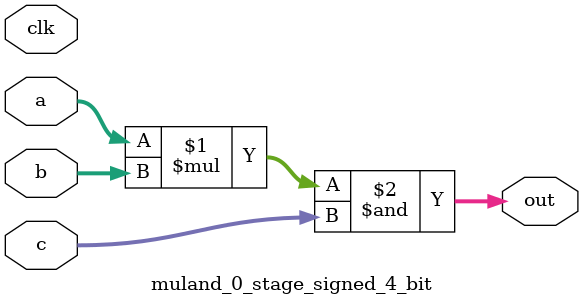
<source format=sv>
(* use_dsp = "yes" *) module muland_0_stage_signed_4_bit(
	input signed [3:0] a,
	input signed [3:0] b,
	input signed [3:0] c,
	output [3:0] out,
	input clk);

	assign out = (a * b) & c;
endmodule

</source>
